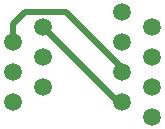
<source format=gbl>
%FSLAX33Y33*%
%MOMM*%
%ADD10C,0.508*%
%ADD11C,1.49*%
%ADD12C,1.5*%
D10*
%LNbottom copper_traces*%
G01*
X11455Y11655D02*
X12500Y12700D01*
X16000Y12700*
X11455Y10155D02*
X11455Y11655D01*
X16000Y12700D02*
X20705Y7995D01*
X13995Y11425D02*
X20345Y5075D01*
%LNbottom copper component 9bedb3a682e5a9c3*%
D11*
X20705Y5075D03*
X20705Y7615D03*
X20705Y10155D03*
X20705Y12695D03*
X23245Y11425D03*
X23245Y8885D03*
X23245Y6345D03*
X23245Y3805D03*
%LNbottom copper component 4d4f1128591a25da*%
D12*
X13995Y11425D03*
X13995Y8885D03*
X13995Y6345D03*
X11455Y5075D03*
X11455Y7615D03*
X11455Y10155D03*
M02*
</source>
